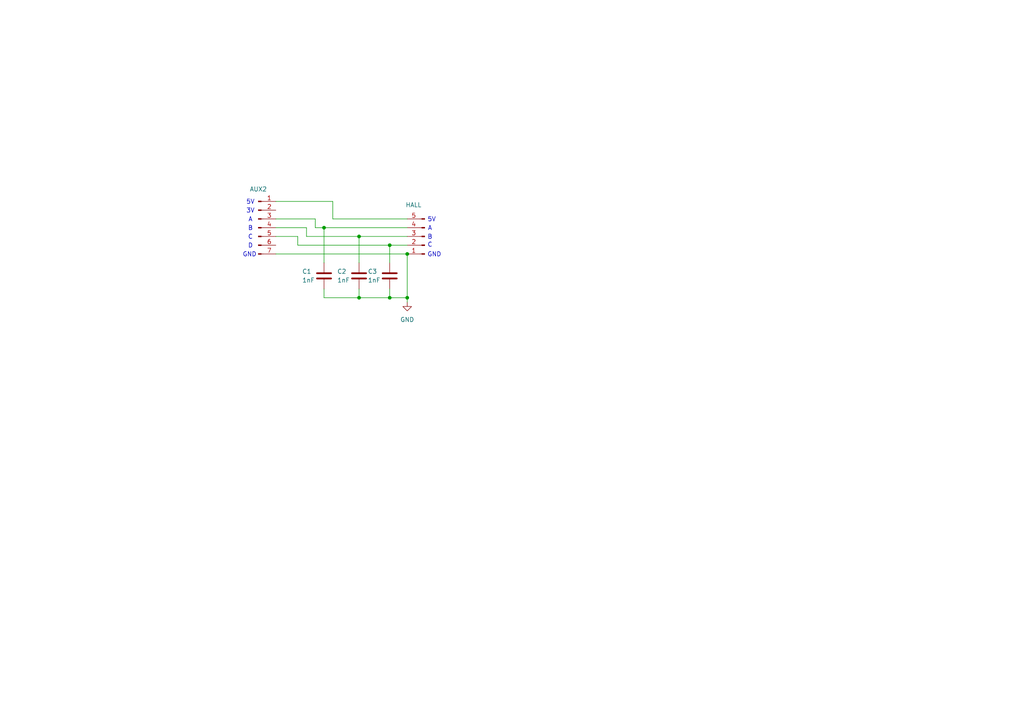
<source format=kicad_sch>
(kicad_sch (version 20250114) (generator "eeschema") (generator_version "9.0")
  (paper "A4")
  (lib_symbols
    (symbol "Connector:Conn_01x05_Pin" (pin_names (offset 1.016) (hide yes))
      (property "Reference" "J" (at 0 7.62 0))
      (property "Value" "Conn_01x05_Pin" (at 0 -7.62 0))
      (symbol "Conn_01x05_Pin_1_1"
        (rectangle (start 0.8636 5.207) (end 0 4.953) (stroke (width 0.1524)) (fill (type outline)))
        (rectangle (start 0.8636 2.667) (end 0 2.413) (stroke (width 0.1524)) (fill (type outline)))
        (rectangle (start 0.8636 0.127) (end 0 -0.127) (stroke (width 0.1524)) (fill (type outline)))
        (rectangle (start 0.8636 -2.413) (end 0 -2.667) (stroke (width 0.1524)) (fill (type outline)))
        (rectangle (start 0.8636 -4.953) (end 0 -5.207) (stroke (width 0.1524)) (fill (type outline)))
        (polyline (pts (xy 1.27 5.08) (xy 0.8636 5.08)) (stroke (width 0.1524)))
        (polyline (pts (xy 1.27 2.54) (xy 0.8636 2.54)) (stroke (width 0.1524)))
        (polyline (pts (xy 1.27 0) (xy 0.8636 0)) (stroke (width 0.1524)))
        (polyline (pts (xy 1.27 -2.54) (xy 0.8636 -2.54)) (stroke (width 0.1524)))
        (polyline (pts (xy 1.27 -5.08) (xy 0.8636 -5.08)) (stroke (width 0.1524)))
        (pin passive line (at 5.08 5.08 180) (length 3.81) (name "Pin_1") (number "1"))
        (pin passive line (at 5.08 2.54 180) (length 3.81) (name "Pin_2") (number "2"))
        (pin passive line (at 5.08 0 180) (length 3.81) (name "Pin_3") (number "3"))
        (pin passive line (at 5.08 -2.54 180) (length 3.81) (name "Pin_4") (number "4"))
        (pin passive line (at 5.08 -5.08 180) (length 3.81) (name "Pin_5") (number "5"))
      )
    )
    (symbol "Connector:Conn_01x07_Pin" (pin_names (offset 1.016) (hide yes))
      (property "Reference" "J" (at 0 10.16 0))
      (property "Value" "Conn_01x07_Pin" (at 0 -10.16 0))
      (symbol "Conn_01x07_Pin_1_1"
        (rectangle (start 0.8636 7.747) (end 0 7.493) (stroke (width 0.1524)) (fill (type outline)))
        (rectangle (start 0.8636 5.207) (end 0 4.953) (stroke (width 0.1524)) (fill (type outline)))
        (rectangle (start 0.8636 2.667) (end 0 2.413) (stroke (width 0.1524)) (fill (type outline)))
        (rectangle (start 0.8636 0.127) (end 0 -0.127) (stroke (width 0.1524)) (fill (type outline)))
        (rectangle (start 0.8636 -2.413) (end 0 -2.667) (stroke (width 0.1524)) (fill (type outline)))
        (rectangle (start 0.8636 -4.953) (end 0 -5.207) (stroke (width 0.1524)) (fill (type outline)))
        (rectangle (start 0.8636 -7.493) (end 0 -7.747) (stroke (width 0.1524)) (fill (type outline)))
        (polyline (pts (xy 1.27 7.62) (xy 0.8636 7.62)) (stroke (width 0.1524)))
        (polyline (pts (xy 1.27 5.08) (xy 0.8636 5.08)) (stroke (width 0.1524)))
        (polyline (pts (xy 1.27 2.54) (xy 0.8636 2.54)) (stroke (width 0.1524)))
        (polyline (pts (xy 1.27 0) (xy 0.8636 0)) (stroke (width 0.1524)))
        (polyline (pts (xy 1.27 -2.54) (xy 0.8636 -2.54)) (stroke (width 0.1524)))
        (polyline (pts (xy 1.27 -5.08) (xy 0.8636 -5.08)) (stroke (width 0.1524)))
        (polyline (pts (xy 1.27 -7.62) (xy 0.8636 -7.62)) (stroke (width 0.1524)))
        (pin passive line (at 5.08 7.62 180) (length 3.81) (name "Pin_1") (number "1"))
        (pin passive line (at 5.08 5.08 180) (length 3.81) (name "Pin_2") (number "2"))
        (pin passive line (at 5.08 2.54 180) (length 3.81) (name "Pin_3") (number "3"))
        (pin passive line (at 5.08 0 180) (length 3.81) (name "Pin_4") (number "4"))
        (pin passive line (at 5.08 -2.54 180) (length 3.81) (name "Pin_5") (number "5"))
        (pin passive line (at 5.08 -5.08 180) (length 3.81) (name "Pin_6") (number "6"))
        (pin passive line (at 5.08 -7.62 180) (length 3.81) (name "Pin_7") (number "7"))
      )
    )
    (symbol "Device:C" (pin_numbers (hide yes)) (pin_names (offset 0.254))
      (property "Reference" "C" (at 0.635 2.54 0))
      (property "Value" "C" (at 0.635 -2.54 0))
      (symbol "C_0_1"
        (polyline (pts (xy -2.032 0.762) (xy 2.032 0.762)) (stroke (width 0.508)))
        (polyline (pts (xy -2.032 -0.762) (xy 2.032 -0.762)) (stroke (width 0.508)))
      )
      (symbol "C_1_1"
        (pin passive line (at 0 3.81 270) (length 2.794) (name "~") (number "1"))
        (pin passive line (at 0 -3.81 90) (length 2.794) (name "~") (number "2"))
      )
    )
    (symbol "power:GND" (power) (pin_numbers (hide yes)) (pin_names (offset 0) (hide yes))
      (property "Value" "GND" (at 0 -3.81 0))
      (symbol "GND_0_1"
        (polyline (pts (xy 0 0) (xy 0 -1.27) (xy 1.27 -1.27) (xy 0 -2.54) (xy -1.27 -1.27) (xy 0 -1.27)))
      )
      (symbol "GND_1_1"
        (pin power_in line (at 0 0 270) (length 0) (name "~") (number "1"))
      )
    )
  )
  (text "5V" (at 125.222 63.754 0) (effects (font (size 1.27 1.27))))
  (text "3V" (at 72.644 61.214 0) (effects (font (size 1.27 1.27))))
  (text "5V" (at 72.644 58.674 0) (effects (font (size 1.27 1.27))))
  (text "GND" (at 125.984 73.914 0) (effects (font (size 1.27 1.27))))
  (text "C" (at 124.714 71.12 0) (effects (font (size 1.27 1.27))))
  (text "B" (at 124.714 68.834 0) (effects (font (size 1.27 1.27))))
  (text "C" (at 72.644 68.834 0) (effects (font (size 1.27 1.27))))
  (text "D" (at 72.644 71.374 0) (effects (font (size 1.27 1.27))))
  (text "A" (at 72.644 63.754 0) (effects (font (size 1.27 1.27))))
  (text "GND" (at 72.39 73.914 0) (effects (font (size 1.27 1.27))))
  (text "B" (at 72.644 66.294 0) (effects (font (size 1.27 1.27))))
  (text "A" (at 124.714 66.294 0) (effects (font (size 1.27 1.27))))
  (junction (at 104.14 86.36))
  (junction (at 104.14 68.58))
  (junction (at 118.11 73.66))
  (junction (at 93.98 66.04))
  (junction (at 113.03 71.12))
  (junction (at 118.11 86.36))
  (junction (at 113.03 86.36))
  (wire (pts (xy 93.98 86.36) (xy 104.14 86.36)))
  (wire (pts (xy 113.03 86.36) (xy 118.11 86.36)))
  (wire (pts (xy 80.01 63.5) (xy 91.44 63.5)))
  (wire (pts (xy 93.98 66.04) (xy 118.11 66.04)))
  (wire (pts (xy 113.03 71.12) (xy 118.11 71.12)))
  (wire (pts (xy 91.44 63.5) (xy 91.44 66.04)))
  (wire (pts (xy 93.98 66.04) (xy 93.98 76.2)))
  (wire (pts (xy 104.14 83.82) (xy 104.14 86.36)))
  (wire (pts (xy 80.01 68.58) (xy 86.36 68.58)))
  (wire (pts (xy 86.36 68.58) (xy 86.36 71.12)))
  (wire (pts (xy 118.11 86.36) (xy 118.11 87.63)))
  (wire (pts (xy 80.01 66.04) (xy 88.9 66.04)))
  (wire (pts (xy 96.52 63.5) (xy 118.11 63.5)))
  (wire (pts (xy 88.9 68.58) (xy 104.14 68.58)))
  (wire (pts (xy 80.01 58.42) (xy 96.52 58.42)))
  (wire (pts (xy 91.44 66.04) (xy 93.98 66.04)))
  (wire (pts (xy 118.11 73.66) (xy 118.11 86.36)))
  (wire (pts (xy 104.14 68.58) (xy 118.11 68.58)))
  (wire (pts (xy 93.98 83.82) (xy 93.98 86.36)))
  (wire (pts (xy 113.03 71.12) (xy 113.03 76.2)))
  (wire (pts (xy 104.14 68.58) (xy 104.14 76.2)))
  (wire (pts (xy 104.14 86.36) (xy 113.03 86.36)))
  (wire (pts (xy 113.03 83.82) (xy 113.03 86.36)))
  (wire (pts (xy 86.36 71.12) (xy 113.03 71.12)))
  (wire (pts (xy 80.01 73.66) (xy 118.11 73.66)))
  (wire (pts (xy 96.52 58.42) (xy 96.52 63.5)))
  (wire (pts (xy 88.9 66.04) (xy 88.9 68.58)))
  (symbol (lib_id "Device:C") (at 113.03 80.01 0) (unit 1)
    (property "Reference" "C3" (at 106.68 78.74 0) (effects (justify left)))
    (property "Value" "1nF" (at 106.68 81.28 0) (effects (justify left)))
    (property "Description" "Unpolarized capacitor" (effects (hide yes)))
  )
  (symbol (lib_id "Connector:Conn_01x05_Pin") (at 123.19 68.58 180) (unit 1)
    (property "Reference" "HALL" (at 117.602 59.436 0) (effects (justify right)))
    (property "Value" "Conn_01x05_Pin" (effects (hide yes)))
    (property "Description" "Generic connector, single row, 01x05, script generated" (effects (hide yes)))
  )
  (symbol (lib_id "Connector:Conn_01x07_Pin") (at 74.93 66.04 0) (unit 1)
    (property "Reference" "AUX2" (at 74.93 54.864 0))
    (property "Value" "Conn_01x07_Pin" (effects (hide yes)))
    (property "Description" "Generic connector, single row, 01x07, script generated" (effects (hide yes)))
  )
  (symbol (lib_id "Device:C") (at 93.98 80.01 0) (unit 1)
    (property "Reference" "C1" (at 87.63 78.74 0) (effects (justify left)))
    (property "Value" "1nF" (at 87.63 81.28 0) (effects (justify left)))
    (property "Description" "Unpolarized capacitor" (effects (hide yes)))
  )
  (symbol (lib_id "power:GND") (at 118.11 87.63 0) (unit 1)
    (property "Reference" "#PWR01" (effects (hide yes)))
    (property "Value" "GND" (at 118.11 92.71 0))
    (property "Description" "Power symbol creates a global label with name \"GND\" , ground" (effects (hide yes)))
  )
  (symbol (lib_id "Device:C") (at 104.14 80.01 0) (unit 1)
    (property "Reference" "C2" (at 97.79 78.74 0) (effects (justify left)))
    (property "Value" "1nF" (at 97.79 81.28 0) (effects (justify left)))
    (property "Description" "Unpolarized capacitor" (effects (hide yes)))
  )
)
</source>
